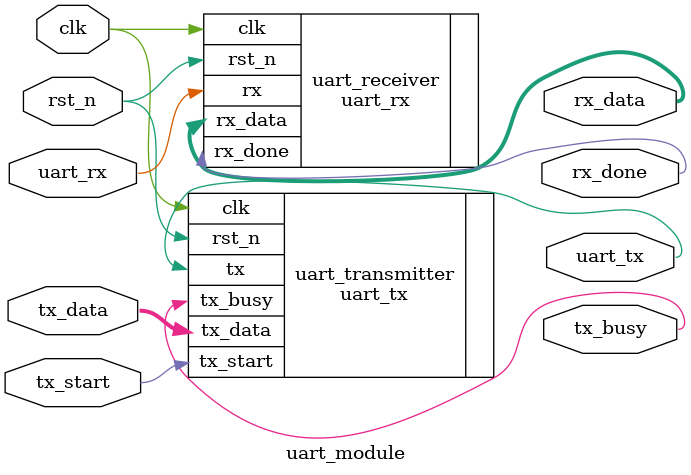
<source format=v>

`timescale 1ns / 1ps

module uart_module #(
    parameter CLK_FREQ = 100_000_000,
    parameter BAUD_RATE = 115200
)(
    input wire clk,
    input wire rst_n,
    
    // UART physical interface
    input wire uart_rx,
    output wire uart_tx,
    
    // RX interface
    output wire [7:0] rx_data,
    output wire rx_done,
    
    // TX interface
    input wire [7:0] tx_data,
    input wire tx_start,
    output wire tx_busy
);

    // Instantiate UART RX
    uart_rx #(
        .CLK_FREQ(CLK_FREQ),
        .BAUD_RATE(BAUD_RATE)
    ) uart_receiver (
        .clk(clk),
        .rst_n(rst_n),
        .rx(uart_rx),
        .rx_data(rx_data),
        .rx_done(rx_done)
    );

    // Instantiate UART TX
    uart_tx #(
        .CLK_FREQ(CLK_FREQ),
        .BAUD_RATE(BAUD_RATE)
    ) uart_transmitter (
        .clk(clk),
        .rst_n(rst_n),
        .tx_start(tx_start),
        .tx_data(tx_data),
        .tx(uart_tx),
        .tx_busy(tx_busy)
    );

endmodule

</source>
